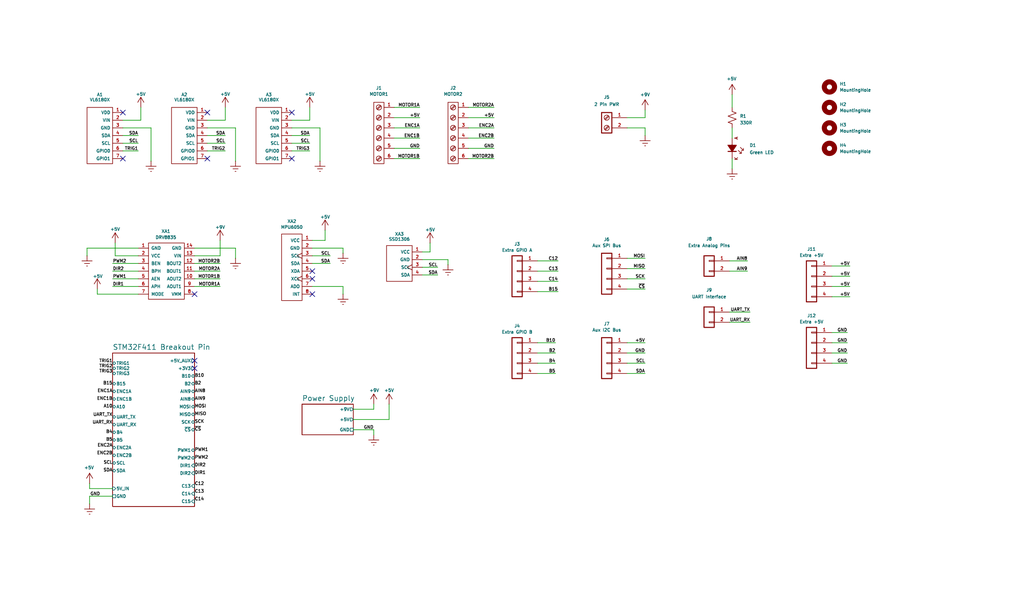
<source format=kicad_sch>
(kicad_sch (version 20250114) (generator "eeschema") (generator_version "9.0")
  (paper "User" 254 152.4)
  (title_block (title "MTRN3100 Micromouse") (date "2025-06-20") (rev "1.0"))
  (lib_symbols
    (symbol "Connector:Screw_Terminal_01x02" (pin_names (offset 1.016) (hide yes))
      (property "Reference" "J5" (at 0 5.08 0))
      (property "Value" "2 Pin PWR" (at 0 3.302 0))
      (symbol "Screw_Terminal_01x02_1_1"
        (rectangle (start -1.27 1.27) (end 1.27 -3.81) (stroke (width 0.254)))
        (polyline (pts (xy -0.5334 0.3302) (xy 0.3302 -0.508)) (stroke (width 0.1524)))
        (polyline (pts (xy -0.5334 -2.2098) (xy 0.3302 -3.048)) (stroke (width 0.1524)))
        (polyline (pts (xy -0.3556 0.508) (xy 0.508 -0.3302)) (stroke (width 0.1524)))
        (polyline (pts (xy -0.3556 -2.032) (xy 0.508 -2.8702)) (stroke (width 0.1524)))
        (circle (center 0 0) (radius 0.635) (stroke (width 0.1524)))
        (circle (center 0 -2.54) (radius 0.635) (stroke (width 0.1524)))
        (pin passive line (at -5.08 0 0) (length 3.81) (name "Pin_1") (number "1"))
        (pin passive line (at -5.08 -2.54 0) (length 3.81) (name "Pin_2") (number "2"))
      )
    )
    (symbol "Connector:Screw_Terminal_01x06" (pin_names (offset 1.016) (hide yes))
      (property "Reference" "J?" (at 0 11.43 0))
      (property "Value" "MOTOR1" (at 0 8.89 0))
      (symbol "Screw_Terminal_01x06_1_1"
        (rectangle (start -1.27 6.35) (end 1.27 -8.89) (stroke (width 0.1524)))
        (polyline (pts (xy -0.5334 5.4102) (xy 0.3302 4.572)) (stroke (width 0.1524)))
        (polyline (pts (xy -0.5334 2.8702) (xy 0.3302 2.032)) (stroke (width 0.1524)))
        (polyline (pts (xy -0.5334 0.3302) (xy 0.3302 -0.508)) (stroke (width 0.1524)))
        (polyline (pts (xy -0.5334 -2.2098) (xy 0.3302 -3.048)) (stroke (width 0.1524)))
        (polyline (pts (xy -0.5334 -4.7498) (xy 0.3302 -5.588)) (stroke (width 0.1524)))
        (polyline (pts (xy -0.5334 -7.2898) (xy 0.3302 -8.128)) (stroke (width 0.1524)))
        (polyline (pts (xy -0.3556 5.588) (xy 0.508 4.7498)) (stroke (width 0.1524)))
        (polyline (pts (xy -0.3556 3.048) (xy 0.508 2.2098)) (stroke (width 0.1524)))
        (polyline (pts (xy -0.3556 0.508) (xy 0.508 -0.3302)) (stroke (width 0.1524)))
        (polyline (pts (xy -0.3556 -2.032) (xy 0.508 -2.8702)) (stroke (width 0.1524)))
        (polyline (pts (xy -0.3556 -4.572) (xy 0.508 -5.4102)) (stroke (width 0.1524)))
        (polyline (pts (xy -0.3556 -7.112) (xy 0.508 -7.9502)) (stroke (width 0.1524)))
        (circle (center 0 5.08) (radius 0.635) (stroke (width 0.1524)))
        (circle (center 0 2.54) (radius 0.635) (stroke (width 0.1524)))
        (circle (center 0 0) (radius 0.635) (stroke (width 0.1524)))
        (circle (center 0 -2.54) (radius 0.635) (stroke (width 0.1524)))
        (circle (center 0 -5.08) (radius 0.635) (stroke (width 0.1524)))
        (circle (center 0 -7.62) (radius 0.635) (stroke (width 0.1524)))
        (pin passive line (at -3.81 5.08 0) (length 2.54) (name "Pin_1") (number "1"))
        (pin passive line (at -3.81 2.54 0) (length 2.54) (name "Pin_2") (number "2"))
        (pin passive line (at -3.81 0 0) (length 2.54) (name "Pin_3") (number "3"))
        (pin passive line (at -3.81 -2.54 0) (length 2.54) (name "Pin_4") (number "4"))
        (pin passive line (at -3.81 -5.08 0) (length 2.54) (name "Pin_5") (number "5"))
        (pin passive line (at -3.81 -7.62 0) (length 2.54) (name "Pin_6") (number "6"))
      )
    )
    (symbol "Connector_Generic:Conn_01x02" (pin_names (offset 1.016) (hide yes))
      (property "Reference" "J?" (at 0 6.35 0))
      (property "Value" "Conn_01x02" (at 0 3.81 0))
      (symbol "Conn_01x02_1_1"
        (rectangle (start -1.27 1.27) (end 1.27 -3.81) (stroke (width 0.254)))
        (rectangle (start -1.27 0.127) (end 0 -0.127) (stroke (width 0.1524)))
        (rectangle (start -1.27 -2.413) (end 0 -2.667) (stroke (width 0.1524)))
        (pin passive line (at -5.08 0 0) (length 3.81) (name "Pin_1") (number "1"))
        (pin passive line (at -5.08 -2.54 0) (length 3.81) (name "Pin_2") (number "2"))
      )
    )
    (symbol "Connector_Generic:Conn_01x04" (pin_names (offset 1.016) (hide yes))
      (property "Reference" "J?" (at 3.175 0.0001 0))
      (property "Value" "Conn_01x04" (at 3.175 -2.5399 0))
      (symbol "Conn_01x04_1_1"
        (rectangle (start -1.27 3.81) (end 1.27 -6.35) (stroke (width 0.254)))
        (rectangle (start -1.27 2.667) (end 0 2.413) (stroke (width 0.1524)))
        (rectangle (start -1.27 0.127) (end 0 -0.127) (stroke (width 0.1524)))
        (rectangle (start -1.27 -2.413) (end 0 -2.667) (stroke (width 0.1524)))
        (rectangle (start -1.27 -4.953) (end 0 -5.207) (stroke (width 0.1524)))
        (pin passive line (at -5.08 2.54 0) (length 3.81) (name "Pin_1") (number "1"))
        (pin passive line (at -5.08 0 0) (length 3.81) (name "Pin_2") (number "2"))
        (pin passive line (at -5.08 -2.54 0) (length 3.81) (name "Pin_3") (number "3"))
        (pin passive line (at -5.08 -5.08 0) (length 3.81) (name "Pin_4") (number "4"))
      )
    )
    (symbol "Custom Parts:DRV8835_Breakout" (pin_names (offset 0.635))
      (property "Reference" "XA1" (at -0.127 9.906 0))
      (property "Value" "DRV8835" (at -0.127 8.382 0))
      (symbol "DRV8835_Breakout_0_1"
        (rectangle (start -4.445 6.985) (end 4.445 -6.985))
      )
      (symbol "DRV8835_Breakout_1_0"
        (pin passive line (at -6.985 5.715 0) (length 2.54) (name "GND") (number "1"))
        (pin power_in line (at -6.985 3.81 0) (length 2.54) (name "VCC") (number "2"))
        (pin input line (at -6.985 1.905 0) (length 2.54) (name "BEN") (number "3"))
        (pin input line (at -6.985 0 0) (length 2.54) (name "BPH") (number "4"))
        (pin input line (at -6.985 -1.905 0) (length 2.54) (name "AEN") (number "5"))
        (pin input line (at -6.985 -3.81 0) (length 2.54) (name "APH") (number "6"))
        (pin input line (at -6.985 -5.715 0) (length 2.54) (name "MODE") (number "7"))
        (pin passive line (at 6.985 5.715 180) (length 2.54) (name "GND") (number "14"))
        (pin power_in line (at 6.985 3.81 180) (length 2.54) (name "VIN") (number "13"))
        (pin output line (at 6.985 1.905 180) (length 2.54) (name "BOUT2") (number "12"))
        (pin output line (at 6.985 0 180) (length 2.54) (name "BOUT1") (number "11"))
        (pin output line (at 6.985 -1.905 180) (length 2.54) (name "AOUT2") (number "10"))
        (pin output line (at 6.985 -3.81 180) (length 2.54) (name "AOUT1") (number "9"))
        (pin passive line (at 6.985 -5.715 180) (length 2.54) (name "VMM") (number "8"))
      )
    )
    (symbol "Custom Parts:MPU6050_Module"
      (property "Reference" "XA?" (at 0 11.43 0))
      (property "Value" "MPU6050" (at 0 9.906 0))
      (symbol "MPU6050_Module_0_1"
        (rectangle (start -2.54 8.2549) (end 2.54 -8.2549))
      )
      (symbol "MPU6050_Module_1_0"
        (pin power_in line (at 5.08 6.6675 180) (length 2.54) (name "VCC") (number "1"))
        (pin passive line (at 5.08 4.7625 180) (length 2.54) (name "GND") (number "2"))
        (pin bidirectional clock (at 5.08 2.8575 180) (length 2.54) (name "SCL") (number "3"))
        (pin bidirectional line (at 5.08 0.9525 180) (length 2.54) (name "SDA") (number "4"))
        (pin bidirectional line (at 5.08 -0.9525 180) (length 2.54) (name "XDA") (number "5"))
        (pin passive clock (at 5.08 -2.8575 180) (length 2.54) (name "XCL") (number "6"))
        (pin passive line (at 5.08 -4.7625 180) (length 2.54) (name "ADO") (number "7"))
        (pin output line (at 5.08 -6.6675 180) (length 2.54) (name "INT") (number "8"))
      )
    )
    (symbol "Custom Parts:SSD1306_Module"
      (property "Reference" "XA?" (at 0.254 7.112 0))
      (property "Value" "SSD1306" (at 0.254 5.842 0))
      (symbol "SSD1306_Module_0_1"
        (rectangle (start -3.175 4.445) (end 3.175 -4.445))
      )
      (symbol "SSD1306_Module_1_0"
        (pin power_in line (at 5.715 2.8575 180) (length 2.54) (name "VCC") (number "1"))
        (pin passive line (at 5.715 0.9525 180) (length 2.54) (name "GND") (number "2"))
        (pin bidirectional clock (at 5.715 -0.9525 180) (length 2.54) (name "SCL") (number "3"))
        (pin bidirectional line (at 5.715 -2.8575 180) (length 2.54) (name "SDA") (number "4"))
      )
    )
    (symbol "Custom Parts:VL6180X"
      (property "Reference" "A?" (at 0 10.668 0))
      (property "Value" "VL6180X" (at 0 8.89 0))
      (symbol "VL6180X_1_0"
        (pin input line (at 5.715 5.715 180) (length 2.54) (name "VDD") (number "1"))
        (pin input line (at 5.715 3.81 180) (length 2.54) (name "VIN") (number "2"))
        (pin input line (at 5.715 1.905 180) (length 2.54) (name "GND") (number "3"))
        (pin input line (at 5.715 0 180) (length 2.54) (name "SDA") (number "4"))
        (pin input line (at 5.715 -1.905 180) (length 2.54) (name "SCL") (number "5"))
        (pin input line (at 5.715 -3.81 180) (length 2.54) (name "GPIO0") (number "6"))
        (pin input line (at 5.715 -5.715 180) (length 2.54) (name "GPIO1") (number "7"))
      )
      (symbol "VL6180X_1_1"
        (rectangle (start -3.175 6.9849) (end 3.175 -6.9849))
      )
    )
    (symbol "Device:LED_Small_Filled" (pin_numbers (hide yes)) (pin_names (offset 0.254) (hide yes))
      (property "Reference" "D?" (at 0.762 4.318 90))
      (property "Value" "LED_Small" (at -1.016 4.318 90))
      (symbol "LED_Small_Filled_0_1"
        (polyline (pts (xy -0.762 2.286) (xy -1.27 2.286) (xy -1.27 1.778) (xy -1.27 2.286) (xy -0.508 1.524)))
        (polyline (pts (xy -0.762 -1.016) (xy -0.762 1.016)) (stroke (width 0.254)))
        (polyline (pts (xy 0 2.794) (xy -0.508 2.794) (xy -0.508 2.286) (xy -0.508 2.794) (xy 0.254 2.032)))
        (polyline (pts (xy 0.762 -1.016) (xy -0.762 0) (xy 0.762 1.016) (xy 0.762 -1.016)) (stroke (width 0.254)) (fill (type outline)))
        (polyline (pts (xy 1.016 0) (xy -0.762 0)))
      )
      (symbol "LED_Small_Filled_1_0"
        (pin passive line (at -2.54 0 0) (length 1.778) (name "K") (number "1"))
      )
      (symbol "LED_Small_Filled_1_1"
        (text "K" (at -2.54 1.016 0) (effects (font (size 0.762 0.762))))
        (text "A" (at 2.54 1.016 0) (effects (font (size 0.762 0.762))))
        (pin passive line (at 2.54 0 180) (length 1.778) (name "A") (number "2"))
      )
    )
    (symbol "Device:R_Small_US" (pin_numbers (hide yes)) (pin_names (offset 0.254) (hide yes))
      (property "Reference" "R" (at 0.762 0.508 0))
      (property "Value" "R_Small_US" (at 0.762 -1.016 0))
      (symbol "R_Small_US_1_1"
        (polyline (pts (xy 0 1.524) (xy 1.016 1.143) (xy 0 0.762) (xy -1.016 0.381) (xy 0 0)))
        (polyline (pts (xy 0 0) (xy 1.016 -0.381) (xy 0 -0.762) (xy -1.016 -1.143) (xy 0 -1.524)))
        (pin passive line (at 0 2.54 270) (length 1.016) (name "~") (number "1"))
        (pin passive line (at 0 -2.54 90) (length 1.016) (name "~") (number "2"))
      )
    )
    (symbol "Mechanical:MountingHole" (pin_names (offset 1.016)) (in_bom no)
      (property "Reference" "H" (at 0 5.08 0))
      (property "Value" "MountingHole" (at 0 3.175 0))
      (symbol "MountingHole_0_1"
        (circle (center 0 0) (radius 1.27) (stroke (width 1.27)))
      )
    )
    (symbol "PCM_4ms_Power-symbol:+9V" (power) (pin_names (offset 0))
      (property "Value" "+9V" (at 0 3.556 0))
      (symbol "+9V_0_1"
        (polyline (pts (xy -0.762 1.27) (xy 0 2.54)))
        (polyline (pts (xy 0 2.54) (xy 0.762 1.27)))
        (polyline (pts (xy 0 0) (xy 0 2.54)))
      )
      (symbol "+9V_1_1"
        (pin power_in line (at 0 0 90) (length 0) (hide yes) (name "+9V") (number "1"))
      )
    )
    (symbol "Power:+5V" (power) (pin_numbers (hide yes)) (pin_names (offset 0) (hide yes))
      (property "Value" "+5V" (at 0 3.556 0))
      (symbol "+5V_0_1"
        (polyline (pts (xy -0.762 1.27) (xy 0 2.54)))
        (polyline (pts (xy 0 2.54) (xy 0.762 1.27)))
        (polyline (pts (xy 0 0) (xy 0 2.54)))
      )
      (symbol "+5V_1_1"
        (pin power_in line (at 0 0 90) (length 0) (name "~") (number "1"))
      )
    )
    (symbol "Power:GNDREF" (power) (pin_numbers (hide yes)) (pin_names (offset 0) (hide yes))
      (property "Value" "GNDREF" (at 0 -3.81 0))
      (symbol "GNDREF_0_1"
        (polyline (pts (xy -0.635 -1.905) (xy 0.635 -1.905)))
        (polyline (pts (xy -0.127 -2.54) (xy 0.127 -2.54)))
        (polyline (pts (xy 0 -1.27) (xy 0 0)))
        (polyline (pts (xy 1.27 -1.27) (xy -1.27 -1.27)))
      )
      (symbol "GNDREF_1_1"
        (pin power_in line (at 0 0 270) (length 0) (name "~") (number "1"))
      )
    )
    (symbol "Power:VCC" (power) (pin_numbers (hide yes)) (pin_names (offset 0) (hide yes))
      (property "Value" "VCC" (at 0 3.556 0))
      (symbol "VCC_0_1"
        (polyline (pts (xy -0.762 1.27) (xy 0 2.54)))
        (polyline (pts (xy 0 2.54) (xy 0.762 1.27)))
        (polyline (pts (xy 0 0) (xy 0 2.54)))
      )
      (symbol "VCC_1_1"
        (pin power_in line (at 0 0 90) (length 0) (name "~") (number "1"))
      )
    )
    (symbol "Power:VDD" (power) (pin_numbers (hide yes)) (pin_names (offset 0) (hide yes))
      (property "Value" "VDD" (at 0 3.556 0))
      (symbol "VDD_0_1"
        (polyline (pts (xy -0.762 1.27) (xy 0 2.54)))
        (polyline (pts (xy 0 2.54) (xy 0.762 1.27)))
        (polyline (pts (xy 0 0) (xy 0 2.54)))
      )
      (symbol "VDD_1_1"
        (pin power_in line (at 0 0 90) (length 0) (name "~") (number "1"))
      )
    )
  )
  (no_connect (at 30.48 27.94))
  (no_connect (at 51.435 27.94))
  (no_connect (at 48.26 89.535))
  (no_connect (at 72.39 27.94))
  (no_connect (at 72.39 39.37))
  (no_connect (at 77.47 67.31))
  (no_connect (at 77.47 73.025))
  (no_connect (at 48.26 91.44))
  (no_connect (at 48.26 73.025))
  (no_connect (at 51.435 39.37))
  (no_connect (at 77.47 69.215))
  (no_connect (at 30.48 39.37))
  (wire (pts (xy 30.48 31.75) (xy 37.465 31.75)))
  (wire (pts (xy 116.205 34.29) (xy 122.555 34.29)))
  (wire (pts (xy 155.575 85.09) (xy 160.02 85.09)))
  (wire (pts (xy 77.47 65.405) (xy 81.915 65.405)))
  (wire (pts (xy 133.35 90.17) (xy 137.795 90.17)))
  (wire (pts (xy 155.575 87.63) (xy 160.02 87.63)))
  (wire (pts (xy 92.71 100.33) (xy 92.71 101.6)))
  (wire (pts (xy 155.575 66.675) (xy 160.02 66.675)))
  (wire (pts (xy 133.35 87.63) (xy 137.795 87.63)))
  (wire (pts (xy 22.225 123.19) (xy 27.94 123.19)))
  (wire (pts (xy 97.79 39.37) (xy 104.14 39.37)))
  (wire (pts (xy 155.575 92.71) (xy 160.02 92.71)))
  (wire (pts (xy 180.975 67.31) (xy 185.42 67.31)))
  (wire (pts (xy 116.205 29.21) (xy 122.555 29.21)))
  (wire (pts (xy 48.26 67.31) (xy 54.61 67.31)))
  (wire (pts (xy 97.79 31.75) (xy 104.14 31.75)))
  (wire (pts (xy 155.575 71.755) (xy 160.02 71.755)))
  (wire (pts (xy 51.435 37.465) (xy 55.88 37.465)))
  (wire (pts (xy 77.47 61.595) (xy 85.09 61.595)))
  (wire (pts (xy 210.185 90.17) (xy 206.375 90.17)))
  (wire (pts (xy 210.185 87.63) (xy 206.375 87.63)))
  (wire (pts (xy 155.575 64.135) (xy 160.02 64.135)))
  (wire (pts (xy 28.575 60.325) (xy 28.575 63.5)))
  (wire (pts (xy 104.775 66.3575) (xy 108.585 66.3575)))
  (wire (pts (xy 51.435 31.75) (xy 58.42 31.75)))
  (wire (pts (xy 51.435 33.655) (xy 55.88 33.655)))
  (wire (pts (xy 133.35 67.31) (xy 138.43 67.31)))
  (wire (pts (xy 48.26 63.5) (xy 54.61 63.5)))
  (wire (pts (xy 97.79 36.83) (xy 104.14 36.83)))
  (wire (pts (xy 24.13 71.755) (xy 24.13 73.025)))
  (wire (pts (xy 96.52 100.33) (xy 96.52 104.14)))
  (wire (pts (xy 30.48 37.465) (xy 34.29 37.465)))
  (wire (pts (xy 27.94 71.12) (xy 34.29 71.12)))
  (wire (pts (xy 210.82 71.12) (xy 206.375 71.12)))
  (wire (pts (xy 210.185 85.09) (xy 206.375 85.09)))
  (wire (pts (xy 27.94 69.215) (xy 34.29 69.215)))
  (wire (pts (xy 22.225 120.015) (xy 22.225 121.285)))
  (wire (pts (xy 21.59 61.595) (xy 21.59 63.5)))
  (wire (pts (xy 181.61 23.495) (xy 181.61 26.67)))
  (wire (pts (xy 155.575 90.17) (xy 160.02 90.17)))
  (wire (pts (xy 22.225 125.095) (xy 22.225 123.19)))
  (wire (pts (xy 133.35 92.71) (xy 137.795 92.71)))
  (wire (pts (xy 210.82 66.04) (xy 206.375 66.04)))
  (wire (pts (xy 51.435 35.56) (xy 55.88 35.56)))
  (wire (pts (xy 37.465 31.75) (xy 37.465 40.005)))
  (wire (pts (xy 48.26 71.12) (xy 54.61 71.12)))
  (wire (pts (xy 133.35 72.39) (xy 138.43 72.39)))
  (wire (pts (xy 160.02 31.75) (xy 160.02 33.655)))
  (wire (pts (xy 76.835 26.67) (xy 76.835 29.845)))
  (wire (pts (xy 58.42 61.595) (xy 58.42 64.135)))
  (wire (pts (xy 51.435 29.845) (xy 55.88 29.845)))
  (wire (pts (xy 104.775 68.2625) (xy 108.585 68.2625)))
  (wire (pts (xy 72.39 35.56) (xy 76.835 35.56)))
  (wire (pts (xy 116.205 36.83) (xy 122.555 36.83)))
  (wire (pts (xy 111.125 64.4525) (xy 111.125 65.7225)))
  (wire (pts (xy 87.63 101.6) (xy 92.71 101.6)))
  (wire (pts (xy 58.42 31.75) (xy 58.42 40.005)))
  (wire (pts (xy 210.185 82.55) (xy 206.375 82.55)))
  (wire (pts (xy 72.39 33.655) (xy 76.835 33.655)))
  (wire (pts (xy 186.055 77.47) (xy 180.975 77.47)))
  (wire (pts (xy 87.63 104.14) (xy 96.52 104.14)))
  (wire (pts (xy 55.88 26.67) (xy 55.88 29.845)))
  (wire (pts (xy 48.26 69.215) (xy 54.61 69.215)))
  (wire (pts (xy 28.575 63.5) (xy 34.29 63.5)))
  (wire (pts (xy 22.225 121.285) (xy 27.94 121.285)))
  (wire (pts (xy 79.375 31.75) (xy 79.375 40.005)))
  (wire (pts (xy 34.925 26.67) (xy 34.925 29.845)))
  (wire (pts (xy 97.79 34.29) (xy 104.14 34.29)))
  (wire (pts (xy 97.79 26.67) (xy 104.14 26.67)))
  (wire (pts (xy 48.26 61.595) (xy 58.42 61.595)))
  (wire (pts (xy 21.59 61.595) (xy 34.29 61.595)))
  (wire (pts (xy 104.775 64.4525) (xy 111.125 64.4525)))
  (wire (pts (xy 186.055 80.01) (xy 180.975 80.01)))
  (wire (pts (xy 72.39 29.845) (xy 76.835 29.845)))
  (wire (pts (xy 85.09 61.595) (xy 85.09 62.865)))
  (wire (pts (xy 160.02 27.305) (xy 160.02 29.21)))
  (wire (pts (xy 87.63 106.68) (xy 92.71 106.68)))
  (wire (pts (xy 106.68 60.325) (xy 106.68 62.5475)))
  (wire (pts (xy 133.35 85.09) (xy 137.795 85.09)))
  (wire (pts (xy 72.39 37.465) (xy 76.835 37.465)))
  (wire (pts (xy 30.48 33.655) (xy 34.29 33.655)))
  (wire (pts (xy 181.61 31.75) (xy 181.61 34.29)))
  (wire (pts (xy 116.205 39.37) (xy 122.555 39.37)))
  (wire (pts (xy 80.645 57.15) (xy 80.645 59.69)))
  (wire (pts (xy 92.71 107.95) (xy 92.71 106.68)))
  (wire (pts (xy 210.82 73.66) (xy 206.375 73.66)))
  (wire (pts (xy 210.82 68.58) (xy 206.375 68.58)))
  (wire (pts (xy 155.575 31.75) (xy 160.02 31.75)))
  (wire (pts (xy 155.575 69.215) (xy 160.02 69.215)))
  (wire (pts (xy 54.61 59.69) (xy 54.61 63.5)))
  (wire (pts (xy 30.48 35.56) (xy 34.29 35.56)))
  (wire (pts (xy 116.205 26.67) (xy 122.555 26.67)))
  (wire (pts (xy 48.26 65.405) (xy 54.61 65.405)))
  (wire (pts (xy 77.47 63.5) (xy 81.915 63.5)))
  (wire (pts (xy 97.79 29.21) (xy 104.14 29.21)))
  (wire (pts (xy 77.47 71.12) (xy 85.09 71.12)))
  (wire (pts (xy 133.35 69.85) (xy 138.43 69.85)))
  (wire (pts (xy 30.48 29.845) (xy 34.925 29.845)))
  (wire (pts (xy 181.61 39.37) (xy 181.61 41.91)))
  (wire (pts (xy 27.94 67.31) (xy 34.29 67.31)))
  (wire (pts (xy 27.94 65.405) (xy 34.29 65.405)))
  (wire (pts (xy 72.39 31.75) (xy 79.375 31.75)))
  (wire (pts (xy 116.205 31.75) (xy 122.555 31.75)))
  (wire (pts (xy 180.975 64.77) (xy 185.42 64.77)))
  (wire (pts (xy 77.47 59.69) (xy 80.645 59.69)))
  (wire (pts (xy 155.575 29.21) (xy 160.02 29.21)))
  (wire (pts (xy 133.35 64.77) (xy 138.43 64.77)))
  (wire (pts (xy 24.13 73.025) (xy 34.29 73.025)))
  (wire (pts (xy 85.09 71.12) (xy 85.09 73.025)))
  (wire (pts (xy 104.775 62.5475) (xy 106.68 62.5475)))
  (label "PWM2" (at 48.26 113.665 0) (effects (font (size 0.762 0.762))))
  (label "ENC2B" (at 122.555 34.29 180) (effects (font (size 0.762 0.762))))
  (label "+5V" (at 210.82 66.04 180) (effects (font (size 0.762 0.762))))
  (label "ENC2A" (at 122.555 31.75 180) (effects (font (size 0.762 0.762))))
  (label "+5V" (at 122.555 29.21 180) (effects (font (size 0.762 0.762))))
  (label "SCK" (at 48.26 104.775 0) (effects (font (size 0.762 0.762))))
  (label "C14" (at 138.43 69.85 180) (effects (font (size 0.762 0.762))))
  (label "SCK" (at 160.02 69.215 180) (effects (font (size 0.762 0.762))))
  (label "SDA" (at 27.94 116.84 180) (effects (font (size 0.762 0.762))))
  (label "GND" (at 210.185 85.09 180) (effects (font (size 0.762 0.762))))
  (label "B10" (at 48.26 93.345 0) (effects (font (size 0.762 0.762))))
  (label "UART_RX" (at 27.94 105.41 180) (effects (font (size 0.762 0.762))))
  (label "C13" (at 48.26 122.555 0) (effects (font (size 0.762 0.762))))
  (label "TRIG3" (at 27.94 92.71 180) (effects (font (size 0.762 0.762))))
  (label "DIR2" (at 27.94 67.31 0) (effects (font (size 0.762 0.762))))
  (label "UART_RX" (at 186.055 80.01 180) (effects (font (size 0.762 0.762))))
  (label "GND" (at 92.71 106.68 180) (effects (font (size 0.762 0.762))))
  (label "TRIG1" (at 27.94 90.17 180) (effects (font (size 0.762 0.762))))
  (label "C14" (at 48.26 124.46 0) (effects (font (size 0.762 0.762))))
  (label "DIR1" (at 27.94 71.12 0) (effects (font (size 0.762 0.762))))
  (label "SCL" (at 160.02 90.17 180) (effects (font (size 0.762 0.762))))
  (label "ENC1A" (at 104.14 31.75 180) (effects (font (size 0.762 0.762))))
  (label "GND" (at 122.555 36.83 180) (effects (font (size 0.762 0.762))))
  (label "GND" (at 22.352 123.19 0) (effects (font (size 0.762 0.762))))
  (label "MOTOR2A" (at 122.555 26.67 180) (effects (font (size 0.762 0.762))))
  (label "MOTOR2B" (at 54.61 65.405 180) (effects (font (size 0.762 0.762))))
  (label "C12" (at 48.26 120.65 0) (effects (font (size 0.762 0.762))))
  (label "TRIG3" (at 76.835 37.465 180) (effects (font (size 0.762 0.762))))
  (label "SCL" (at 108.585 66.3575 180) (effects (font (size 0.762 0.762))))
  (label "B2" (at 48.26 95.25 0) (effects (font (size 0.762 0.762))))
  (label "TRIG2" (at 27.94 91.44 180) (effects (font (size 0.762 0.762))))
  (label "B4" (at 27.94 107.315 180) (effects (font (size 0.762 0.762))))
  (label "+5V" (at 104.14 29.21 180) (effects (font (size 0.762 0.762))))
  (label "AIN8" (at 48.26 97.155 0) (effects (font (size 0.762 0.762))))
  (label "UART_TX" (at 27.94 103.505 180) (effects (font (size 0.762 0.762))))
  (label "GND" (at 210.185 87.63 180) (effects (font (size 0.762 0.762))))
  (label "+5V" (at 210.82 73.66 180) (effects (font (size 0.762 0.762))))
  (label "B15" (at 27.94 95.25 180) (effects (font (size 0.762 0.762))))
  (label "AIN9" (at 48.26 99.06 0) (effects (font (size 0.762 0.762))))
  (label "GND" (at 210.185 90.17 180) (effects (font (size 0.762 0.762))))
  (label "SCL" (at 76.835 35.56 180) (effects (font (size 0.762 0.762))))
  (label "ENC1B" (at 27.94 99.06 180) (effects (font (size 0.762 0.762))))
  (label "MOTOR2B" (at 122.555 39.37 180) (effects (font (size 0.762 0.762))))
  (label "GND" (at 104.14 36.83 180) (effects (font (size 0.762 0.762))))
  (label "C13" (at 138.43 67.31 180) (effects (font (size 0.762 0.762))))
  (label "MOTOR1A" (at 104.14 26.67 180) (effects (font (size 0.762 0.762))))
  (label "MISO" (at 160.02 66.675 180) (effects (font (size 0.762 0.762))))
  (label "MISO" (at 48.26 102.87 0) (effects (font (size 0.762 0.762))))
  (label "ENC1A" (at 27.94 97.155 180) (effects (font (size 0.762 0.762))))
  (label "SCL" (at 81.915 63.5 180) (effects (font (size 0.762 0.762))))
  (label "MOSI" (at 160.02 64.135 180) (effects (font (size 0.762 0.762))))
  (label "UART_TX" (at 186.055 77.47 180) (effects (font (size 0.762 0.762))))
  (label "PWM1" (at 27.94 69.215 0) (effects (font (size 0.762 0.762))))
  (label "ENC2B" (at 27.94 113.03 180) (effects (font (size 0.762 0.762))))
  (label "~{CS}" (at 160.02 71.755 180) (effects (font (size 0.762 0.762))))
  (label "~{CS}" (at 48.26 106.68 0) (effects (font (size 0.762 0.762))))
  (label "DIR1" (at 48.26 117.475 0) (effects (font (size 0.762 0.762))))
  (label "SCL" (at 27.94 114.935 180) (effects (font (size 0.762 0.762))))
  (label "B4" (at 137.795 90.17 180) (effects (font (size 0.762 0.762))))
  (label "SCL" (at 34.29 35.56 180) (effects (font (size 0.762 0.762))))
  (label "MOTOR1B" (at 54.61 69.215 180) (effects (font (size 0.762 0.762))))
  (label "PWM2" (at 27.94 65.405 0) (effects (font (size 0.762 0.762))))
  (label "ENC1B" (at 104.14 34.29 180) (effects (font (size 0.762 0.762))))
  (label "TRIG2" (at 55.88 37.465 180) (effects (font (size 0.762 0.762))))
  (label "SCL" (at 55.88 35.56 180) (effects (font (size 0.762 0.762))))
  (label "MOSI" (at 48.26 100.965 0) (effects (font (size 0.762 0.762))))
  (label "GND" (at 160.02 87.63 180) (effects (font (size 0.762 0.762))))
  (label "B5" (at 27.94 109.22 180) (effects (font (size 0.762 0.762))))
  (label "SDA" (at 160.02 92.71 180) (effects (font (size 0.762 0.762))))
  (label "A10" (at 27.94 100.965 180) (effects (font (size 0.762 0.762))))
  (label "SDA" (at 108.585 68.2625 180) (effects (font (size 0.762 0.762))))
  (label "SDA" (at 55.88 33.655 180) (effects (font (size 0.762 0.762))))
  (label "MOTOR2A" (at 54.61 67.31 180) (effects (font (size 0.762 0.762))))
  (label "SDA" (at 34.29 33.655 180) (effects (font (size 0.762 0.762))))
  (label "MOTOR1B" (at 104.14 39.37 180) (effects (font (size 0.762 0.762))))
  (label "ENC2A" (at 27.94 111.125 180) (effects (font (size 0.762 0.762))))
  (label "B10" (at 137.795 85.09 180) (effects (font (size 0.762 0.762))))
  (label "DIR2" (at 48.26 115.57 0) (effects (font (size 0.762 0.762))))
  (label "MOTOR1A" (at 54.61 71.12 180) (effects (font (size 0.762 0.762))))
  (label "AIN8" (at 185.42 64.77 180) (effects (font (size 0.762 0.762))))
  (label "SDA" (at 81.915 65.405 180) (effects (font (size 0.762 0.762))))
  (label "TRIG1" (at 34.29 37.465 180) (effects (font (size 0.762 0.762))))
  (label "B5" (at 137.795 92.71 180) (effects (font (size 0.762 0.762))))
  (label "B2" (at 137.795 87.63 180) (effects (font (size 0.762 0.762))))
  (label "C12" (at 138.43 64.77 180) (effects (font (size 0.762 0.762))))
  (label "GND" (at 210.185 82.55 180) (effects (font (size 0.762 0.762))))
  (label "+5V" (at 210.82 68.58 180) (effects (font (size 0.762 0.762))))
  (label "AIN9" (at 185.42 67.31 180) (effects (font (size 0.762 0.762))))
  (label "+5V" (at 210.82 71.12 180) (effects (font (size 0.762 0.762))))
  (label "B15" (at 138.43 72.39 180) (effects (font (size 0.762 0.762))))
  (label "PWM1" (at 48.26 111.76 0) (effects (font (size 0.762 0.762))))
  (label "SDA" (at 76.835 33.655 180) (effects (font (size 0.762 0.762))))
  (label "+5V" (at 160.02 85.09 180) (effects (font (size 0.762 0.762))))
  (symbol (lib_id "Connector_Generic:Conn_01x02") (at 175.895 77.47 0) (mirror y) (unit 1)
    (property "Reference" "J9" (at 175.895 72.009 0) (effects (font (size 0.762 0.762))))
    (property "Value" "UART Interface" (at 175.895 73.66 0) (effects (font (size 0.762 0.762))))
    (property "Footprint" "Connector_PinSocket_2.54mm:PinSocket_1x02_P2.54mm_Vertical" (effects (hide yes)))
    (property "Description" "Generic connector, single row, 01x02, script generated (kicad-library-utils/schlib/autogen/connector/)" (effects (hide yes)))
  )
  (symbol (lib_id "Device:LED_Small_Filled") (at 181.61 36.83 270) (mirror x) (unit 1)
    (property "Reference" "D1" (at 185.928 36.068 90) (effects (font (size 0.762 0.762)) (justify left)))
    (property "Value" "Green LED" (at 185.928 37.846 90) (effects (font (size 0.762 0.762)) (justify left)))
    (property "Footprint" "PCM_LED_THT_AKL:LED_D5.0mm" (effects (hide yes)))
    (property "Description" "Light emitting diode, small symbol, filled shape" (effects (hide yes)))
    (property "Sim.Pin" "1=K 2=A" (effects (hide yes)))
    (property "Sim.Pins" "1=K 2=A" (effects (hide yes)))
  )
  (symbol (lib_id "Connector_Generic:Conn_01x04") (at 201.295 68.58 0) (mirror y) (unit 1)
    (property "Reference" "J11" (at 201.295 61.849 0) (effects (font (size 0.762 0.762))))
    (property "Value" "Extra +5V" (at 201.295 63.373 0) (effects (font (size 0.762 0.762))))
    (property "Footprint" "Connector_PinSocket_2.54mm:PinSocket_1x04_P2.54mm_Vertical" (effects (hide yes)))
    (property "Description" "Generic connector, single row, 01x04, script generated (kicad-library-utils/schlib/autogen/connector/)" (effects (hide yes)))
  )
  (symbol (lib_id "Custom Parts:SSD1306_Module") (at 99.06 65.405 0) (unit 1)
    (property "Reference" "XA3" (at 99.06 58.1025 0) (effects (font (size 0.762 0.762))))
    (property "Value" "SSD1306" (at 99.06 59.3725 0) (effects (font (size 0.762 0.762))))
    (property "Footprint" "Library:SSD1306_OLED_Module" (effects (hide yes)))
  )
  (symbol (lib_id "Custom Parts:VL6180X") (at 45.72 33.655 0) (unit 1)
    (property "Reference" "A2" (at 45.72 23.495 0) (effects (font (size 0.762 0.762))))
    (property "Value" "VL6180X" (at 45.72 24.765 0) (effects (font (size 0.762 0.762))))
    (property "Footprint" "Library:VL6180X_Module_Vertical" (effects (hide yes)))
  )
  (symbol (lib_id "Connector_Generic:Conn_01x04") (at 201.295 85.09 0) (mirror y) (unit 1)
    (property "Reference" "J12" (at 201.295 78.359 0) (effects (font (size 0.762 0.762))))
    (property "Value" "Extra +5V" (at 201.295 79.883 0) (effects (font (size 0.762 0.762))))
    (property "Footprint" "Connector_PinSocket_2.54mm:PinSocket_1x04_P2.54mm_Vertical" (effects (hide yes)))
    (property "Description" "Generic connector, single row, 01x04, script generated (kicad-library-utils/schlib/autogen/connector/)" (effects (hide yes)))
  )
  (symbol (lib_id "Connector_Generic:Conn_01x04") (at 150.495 87.63 0) (mirror y) (unit 1)
    (property "Reference" "J7" (at 150.495 80.391 0) (effects (font (size 0.762 0.762))))
    (property "Value" "Aux I2C Bus" (at 150.495 81.915 0) (effects (font (size 0.762 0.762))))
    (property "Footprint" "Connector_PinSocket_2.54mm:PinSocket_1x04_P2.54mm_Vertical" (effects (hide yes)))
    (property "Description" "Generic connector, single row, 01x04, script generated (kicad-library-utils/schlib/autogen/connector/)" (effects (hide yes)))
  )
  (symbol (lib_id "Mechanical:MountingHole") (at 205.74 31.75 0) (unit 1) (in_bom no)
    (property "Reference" "H3" (at 208.28 30.988 0) (effects (font (size 0.762 0.762)) (justify left)))
    (property "Value" "MountingHole" (at 208.28 32.512 0) (effects (font (size 0.762 0.762)) (justify left)))
    (property "Footprint" "MountingHole:MountingHole_3.2mm_M3" (effects (hide yes)))
    (property "Description" "Mounting Hole without connection" (effects (hide yes)))
  )
  (symbol (lib_id "Power:VCC") (at 28.575 60.325 0) (unit 1)
    (property "Reference" "#PWR05" (effects (hide yes)))
    (property "Value" "+5V" (at 28.575 56.896 0) (effects (font (size 0.762 0.762))))
    (property "Description" "Power symbol creates a global label with name \"VCC\"" (effects (hide yes)))
  )
  (symbol (lib_id "Power:VCC") (at 96.52 100.33 0) (unit 1)
    (property "Reference" "#PWR017" (effects (hide yes)))
    (property "Value" "+5V" (at 96.52 96.901 0) (effects (font (size 0.762 0.762))))
    (property "Description" "Power symbol creates a global label with name \"VCC\"" (effects (hide yes)))
  )
  (symbol (lib_id "Power:GNDREF") (at 92.71 107.95 0) (unit 1)
    (property "Reference" "#PWR016" (effects (hide yes)))
    (property "Value" "GNDREF" (effects (hide yes)))
    (property "Description" "Power symbol creates a global label with name \"GNDREF\" , reference supply ground" (effects (hide yes)))
  )
  (symbol (lib_id "Power:+5V") (at 22.225 120.015 0) (unit 1)
    (property "Reference" "#PWR02" (effects (hide yes)))
    (property "Value" "+5V" (at 22.098 116.078 0) (effects (font (size 0.762 0.762))))
    (property "Description" "Power symbol creates a global label with name \"+5V\"" (effects (hide yes)))
  )
  (symbol (lib_id "PCM_4ms_Power-symbol:+9V") (at 160.02 27.305 0) (unit 1)
    (property "Reference" "#PWR022" (effects (hide yes)))
    (property "Value" "+9V" (at 160.02 23.495 0) (effects (font (size 0.762 0.762))))
    (property "Description" "Power symbol creates a global label with name \"+9V\"" (effects (hide yes)))
  )
  (symbol (lib_id "Power:GNDREF") (at 37.465 40.005 0) (unit 1)
    (property "Reference" "#PWR07" (effects (hide yes)))
    (property "Value" "GNDREF" (effects (hide yes)))
    (property "Description" "Power symbol creates a global label with name \"GNDREF\" , reference supply ground" (effects (hide yes)))
  )
  (symbol (lib_id "Power:GNDREF") (at 58.42 64.135 0) (unit 1)
    (property "Reference" "#PWR011" (effects (hide yes)))
    (property "Value" "GNDREF" (effects (hide yes)))
    (property "Description" "Power symbol creates a global label with name \"GNDREF\" , reference supply ground" (effects (hide yes)))
  )
  (symbol (lib_id "Power:+5V") (at 181.61 23.495 0) (unit 1)
    (property "Reference" "#PWR024" (effects (hide yes)))
    (property "Value" "+5V" (at 181.483 19.558 0) (effects (font (size 0.762 0.762))))
    (property "Description" "Power symbol creates a global label with name \"+5V\"" (effects (hide yes)))
  )
  (symbol (lib_id "Connector:Screw_Terminal_01x02") (at 150.495 29.21 0) (mirror y) (unit 1)
    (property "Reference" "J5" (at 150.495 24.13 0) (effects (font (size 0.762 0.762))))
    (property "Value" "2 Pin PWR" (at 150.495 25.908 0) (effects (font (size 0.762 0.762))))
    (property "Footprint" "Library:KEFA_KF2EDGR_3.81_2P" (effects (hide yes)))
    (property "Description" "Generic screw terminal, single row, 01x02, script generated (kicad-library-utils/schlib/autogen/connector/)" (effects (hide yes)))
    (property "Specifications" "HEADER 1x3 MALE PINS 0.100” 180deg" (effects (hide yes)))
    (property "Manufacturer" "TAD" (effects (hide yes)))
    (property "Part Number" "1-0301FBV0T" (effects (hide yes)))
  )
  (symbol (lib_id "Connector:Screw_Terminal_01x06") (at 112.395 31.75 0) (mirror y) (unit 1)
    (property "Reference" "J2" (at 112.395 21.844 0) (effects (font (size 0.762 0.762))))
    (property "Value" "MOTOR2" (at 112.395 23.368 0) (effects (font (size 0.762 0.762))))
    (property "Footprint" "Library:TE_Terminal_3.81_6P" (effects (hide yes)))
    (property "Description" "Generic screw terminal, single row, 01x06, script generated (kicad-library-utils/schlib/autogen/connector/)" (effects (hide yes)))
  )
  (symbol (lib_id "Connector:Screw_Terminal_01x06") (at 93.98 31.75 0) (mirror y) (unit 1)
    (property "Reference" "J1" (at 93.98 21.844 0) (effects (font (size 0.762 0.762))))
    (property "Value" "MOTOR1" (at 93.98 23.368 0) (effects (font (size 0.762 0.762))))
    (property "Footprint" "Library:TE_Terminal_3.81_6P" (effects (hide yes)))
    (property "Description" "Generic screw terminal, single row, 01x06, script generated (kicad-library-utils/schlib/autogen/connector/)" (effects (hide yes)))
  )
  (symbol (lib_id "Custom Parts:VL6180X") (at 66.675 33.655 0) (unit 1)
    (property "Reference" "A3" (at 66.675 23.495 0) (effects (font (size 0.762 0.762))))
    (property "Value" "VL6180X" (at 66.675 24.765 0) (effects (font (size 0.762 0.762))))
    (property "Footprint" "Library:VL6180X_Module_Vertical" (effects (hide yes)))
  )
  (symbol (lib_id "Power:GNDREF") (at 85.09 73.025 0) (unit 1)
    (property "Reference" "#PWR019" (effects (hide yes)))
    (property "Value" "GNDREF" (effects (hide yes)))
    (property "Description" "Power symbol creates a global label with name \"GNDREF\" , reference supply ground" (effects (hide yes)))
  )
  (symbol (lib_id "Custom Parts:MPU6050_Module") (at 72.39 66.3575 0) (unit 1)
    (property "Reference" "XA2" (at 72.39 54.9275 0) (effects (font (size 0.762 0.762))))
    (property "Value" "MPU6050" (at 72.39 56.388 0) (effects (font (size 0.762 0.762))))
    (property "Footprint" "Library:MPU6050_Module" (effects (hide yes)))
  )
  (symbol (lib_id "Power:+5V") (at 34.925 26.67 0) (unit 1)
    (property "Reference" "#PWR06" (effects (hide yes)))
    (property "Value" "+5V" (at 34.925 23.368 0) (effects (font (size 0.762 0.762))))
    (property "Description" "Power symbol creates a global label with name \"+5V\"" (effects (hide yes)))
  )
  (symbol (lib_id "Power:GNDREF") (at 111.125 65.7225 0) (unit 1)
    (property "Reference" "#PWR021" (effects (hide yes)))
    (property "Value" "GNDREF" (effects (hide yes)))
    (property "Description" "Power symbol creates a global label with name \"GNDREF\" , reference supply ground" (effects (hide yes)))
  )
  (symbol (lib_id "Power:VCC") (at 80.645 57.15 0) (unit 1)
    (property "Reference" "#PWR014" (effects (hide yes)))
    (property "Value" "+5V" (at 80.666 53.8522 0) (effects (font (size 0.762 0.762))))
    (property "Description" "Power symbol creates a global label with name \"VCC\"" (effects (hide yes)))
  )
  (symbol (lib_id "Power:GNDREF") (at 21.59 63.5 0) (unit 1)
    (property "Reference" "#PWR01" (effects (hide yes)))
    (property "Value" "GNDREF" (effects (hide yes)))
    (property "Description" "Power symbol creates a global label with name \"GNDREF\" , reference supply ground" (effects (hide yes)))
  )
  (symbol (lib_id "Mechanical:MountingHole") (at 205.74 26.67 0) (unit 1) (in_bom no)
    (property "Reference" "H2" (at 208.28 25.908 0) (effects (font (size 0.762 0.762)) (justify left)))
    (property "Value" "MountingHole" (at 208.28 27.432 0) (effects (font (size 0.762 0.762)) (justify left)))
    (property "Footprint" "MountingHole:MountingHole_3.2mm_M3" (effects (hide yes)))
    (property "Description" "Mounting Hole without connection" (effects (hide yes)))
  )
  (symbol (lib_id "Connector_Generic:Conn_01x02") (at 175.895 64.77 0) (mirror y) (unit 1)
    (property "Reference" "J8" (at 175.895 59.309 0) (effects (font (size 0.762 0.762))))
    (property "Value" "Extra Analog Pins" (at 175.895 60.96 0) (effects (font (size 0.762 0.762))))
    (property "Footprint" "Connector_PinSocket_2.54mm:PinSocket_1x02_P2.54mm_Vertical" (effects (hide yes)))
    (property "Description" "Generic connector, single row, 01x02, script generated (kicad-library-utils/schlib/autogen/connector/)" (effects (hide yes)))
  )
  (symbol (lib_id "PCM_4ms_Power-symbol:+9V") (at 92.71 100.33 0) (unit 1)
    (property "Reference" "#PWR015" (effects (hide yes)))
    (property "Value" "+9V" (at 92.837 96.901 0) (effects (font (size 0.762 0.762))))
    (property "Description" "Power symbol creates a global label with name \"+9V\"" (effects (hide yes)))
  )
  (symbol (lib_id "Custom Parts:DRV8835_Breakout") (at 41.275 67.31 0) (unit 1)
    (property "Reference" "XA1" (at 41.148 57.404 0) (effects (font (size 0.762 0.762))))
    (property "Value" "DRV8835" (at 41.148 58.928 0) (effects (font (size 0.762 0.762))))
    (property "Footprint" "Library:DRV8835_Module" (effects (hide yes)))
    (property "Datasheet" "https://www.pololu.com/product/2135" (effects (hide yes)))
    (property "Description" "Pololu DRV8835 Dual Motor Driver Carrier Breakout Board" (effects (hide yes)))
  )
  (symbol (lib_id "Power:GNDREF") (at 22.225 125.095 0) (unit 1)
    (property "Reference" "#PWR03" (effects (hide yes)))
    (property "Value" "GNDREF" (effects (hide yes)))
    (property "Description" "Power symbol creates a global label with name \"GNDREF\" , reference supply ground" (effects (hide yes)))
  )
  (symbol (lib_id "Power:VDD") (at 54.61 59.69 0) (unit 1)
    (property "Reference" "#PWR08" (effects (hide yes)))
    (property "Value" "+9V" (at 54.6317 56.41 0) (effects (font (size 0.762 0.762))))
    (property "Description" "Power symbol creates a global label with name \"VDD\"" (effects (hide yes)))
  )
  (symbol (lib_id "Power:VCC") (at 106.68 60.325 0) (unit 1)
    (property "Reference" "#PWR020" (effects (hide yes)))
    (property "Value" "+5V" (at 106.701 57.0272 0) (effects (font (size 0.762 0.762))))
    (property "Description" "Power symbol creates a global label with name \"VCC\"" (effects (hide yes)))
  )
  (symbol (lib_id "Connector_Generic:Conn_01x04") (at 150.495 66.675 0) (mirror y) (unit 1)
    (property "Reference" "J6" (at 150.495 59.436 0) (effects (font (size 0.762 0.762))))
    (property "Value" "Aux SPI Bus" (at 150.495 60.96 0) (effects (font (size 0.762 0.762))))
    (property "Footprint" "Connector_PinSocket_2.54mm:PinSocket_1x04_P2.54mm_Vertical" (effects (hide yes)))
    (property "Description" "Generic connector, single row, 01x04, script generated (kicad-library-utils/schlib/autogen/connector/)" (effects (hide yes)))
  )
  (symbol (lib_id "Device:R_Small_US") (at 181.61 29.21 0) (unit 1)
    (property "Reference" "R1" (at 183.515 28.829 0) (effects (font (size 0.762 0.762)) (justify left)))
    (property "Value" "330R" (at 183.515 30.4799 0) (effects (font (size 0.762 0.762)) (justify left)))
    (property "Footprint" "PCM_Resistor_THT_AKL:R_Axial_DIN0207_L6.3mm_D2.5mm_P10.16mm_Horizontal" (effects (hide yes)))
    (property "Description" "Resistor, small US symbol" (effects (hide yes)))
  )
  (symbol (lib_id "Power:+5V") (at 76.835 26.67 0) (unit 1)
    (property "Reference" "#PWR012" (effects (hide yes)))
    (property "Value" "+5V" (at 76.835 23.368 0) (effects (font (size 0.762 0.762))))
    (property "Description" "Power symbol creates a global label with name \"+5V\"" (effects (hide yes)))
  )
  (symbol (lib_id "Mechanical:MountingHole") (at 205.74 36.83 0) (unit 1) (in_bom no)
    (property "Reference" "H4" (at 208.28 36.068 0) (effects (font (size 0.762 0.762)) (justify left)))
    (property "Value" "MountingHole" (at 208.28 37.592 0) (effects (font (size 0.762 0.762)) (justify left)))
    (property "Footprint" "MountingHole:MountingHole_3.2mm_M3" (effects (hide yes)))
    (property "Description" "Mounting Hole without connection" (effects (hide yes)))
  )
  (symbol (lib_id "Power:GNDREF") (at 181.61 41.91 0) (unit 1)
    (property "Reference" "#PWR031" (effects (hide yes)))
    (property "Value" "GNDREF" (effects (hide yes)))
    (property "Description" "Power symbol creates a global label with name \"GNDREF\" , reference supply ground" (effects (hide yes)))
  )
  (symbol (lib_id "Connector_Generic:Conn_01x04") (at 128.27 87.63 0) (mirror y) (unit 1)
    (property "Reference" "J4" (at 128.27 80.899 0) (effects (font (size 0.762 0.762))))
    (property "Value" "Extra GPIO B" (at 128.27 82.423 0) (effects (font (size 0.762 0.762))))
    (property "Footprint" "Connector_PinSocket_2.54mm:PinSocket_1x04_P2.54mm_Vertical" (effects (hide yes)))
    (property "Description" "Generic connector, single row, 01x04, script generated (kicad-library-utils/schlib/autogen/connector/)" (effects (hide yes)))
  )
  (symbol (lib_id "Custom Parts:VL6180X") (at 24.765 33.655 0) (unit 1)
    (property "Reference" "A1" (at 24.765 23.495 0) (effects (font (size 0.762 0.762))))
    (property "Value" "VL6180X" (at 24.765 24.765 0) (effects (font (size 0.762 0.762))))
    (property "Footprint" "Library:VL6180X_Module_Vertical" (effects (hide yes)))
  )
  (symbol (lib_id "Power:+5V") (at 55.88 26.67 0) (unit 1)
    (property "Reference" "#PWR09" (effects (hide yes)))
    (property "Value" "+5V" (at 55.88 23.368 0) (effects (font (size 0.762 0.762))))
    (property "Description" "Power symbol creates a global label with name \"+5V\"" (effects (hide yes)))
  )
  (symbol (lib_id "Power:GNDREF") (at 79.375 40.005 0) (unit 1)
    (property "Reference" "#PWR013" (effects (hide yes)))
    (property "Value" "GNDREF" (effects (hide yes)))
    (property "Description" "Power symbol creates a global label with name \"GNDREF\" , reference supply ground" (effects (hide yes)))
  )
  (symbol (lib_id "Connector_Generic:Conn_01x04") (at 128.27 67.31 0) (mirror y) (unit 1)
    (property "Reference" "J3" (at 128.27 60.579 0) (effects (font (size 0.762 0.762))))
    (property "Value" "Extra GPIO A" (at 128.27 62.103 0) (effects (font (size 0.762 0.762))))
    (property "Footprint" "Connector_PinSocket_2.54mm:PinSocket_1x04_P2.54mm_Vertical" (effects (hide yes)))
    (property "Description" "Generic connector, single row, 01x04, script generated (kicad-library-utils/schlib/autogen/connector/)" (effects (hide yes)))
  )
  (symbol (lib_id "Power:VCC") (at 24.13 71.755 0) (unit 1)
    (property "Reference" "#PWR04" (effects (hide yes)))
    (property "Value" "+5V" (at 24.257 68.58 0) (effects (font (size 0.762 0.762))))
    (property "Description" "Power symbol creates a global label with name \"VCC\"" (effects (hide yes)))
  )
  (symbol (lib_id "Power:GNDREF") (at 58.42 40.005 0) (unit 1)
    (property "Reference" "#PWR010" (effects (hide yes)))
    (property "Value" "GNDREF" (effects (hide yes)))
    (property "Description" "Power symbol creates a global label with name \"GNDREF\" , reference supply ground" (effects (hide yes)))
  )
  (symbol (lib_id "Power:GNDREF") (at 85.09 62.865 0) (unit 1)
    (property "Reference" "#PWR018" (effects (hide yes)))
    (property "Value" "GNDREF" (effects (hide yes)))
    (property "Description" "Power symbol creates a global label with name \"GNDREF\" , reference supply ground" (effects (hide yes)))
  )
  (symbol (lib_id "Power:GNDREF") (at 160.02 33.655 0) (unit 1)
    (property "Reference" "#PWR023" (effects (hide yes)))
    (property "Value" "GNDREF" (effects (hide yes)))
    (property "Description" "Power symbol creates a global label with name \"GNDREF\" , reference supply ground" (effects (hide yes)))
  )
  (symbol (lib_id "Mechanical:MountingHole") (at 205.74 21.59 0) (unit 1) (in_bom no)
    (property "Reference" "H1" (at 208.28 20.828 0) (effects (font (size 0.762 0.762)) (justify left)))
    (property "Value" "MountingHole" (at 208.28 22.352 0) (effects (font (size 0.762 0.762)) (justify left)))
    (property "Footprint" "MountingHole:MountingHole_3.2mm_M3" (effects (hide yes)))
    (property "Description" "Mounting Hole without connection" (effects (hide yes)))
  )
  (sheet (at 27.94 87.63) (size 20.32 38.1) (stroke (width 0.1524))
    (property "Sheetname" "STM32F411 Breakout Pin" (at 27.94 86.9184 0) (effects (justify left bottom)))
    (property "Sheetfile" "stm32f4_mcu_breakout_pin.kicad_sch" (effects (hide yes)))
    (pin "5V_IN" input (at 27.94 121.285 180) (effects (font (size 0.762 0.762))))
    (pin "A10" bidirectional (at 27.94 100.965 180) (effects (font (size 0.762 0.762))))
    (pin "AIN8" bidirectional (at 48.26 99.06 0) (effects (font (size 0.762 0.762))))
    (pin "AIN9" bidirectional (at 48.26 97.155 0) (effects (font (size 0.762 0.762))))
    (pin "B2" bidirectional (at 48.26 95.25 0) (effects (font (size 0.762 0.762))))
    (pin "B4" bidirectional (at 27.94 107.315 180) (effects (font (size 0.762 0.762))))
    (pin "B5" bidirectional (at 27.94 109.22 180) (effects (font (size 0.762 0.762))))
    (pin "B10" bidirectional (at 48.26 93.345 0) (effects (font (size 0.762 0.762))))
    (pin "B15" bidirectional (at 27.94 95.25 180) (effects (font (size 0.762 0.762))))
    (pin "C13" input (at 48.26 120.65 0) (effects (font (size 0.762 0.762))))
    (pin "C14" input (at 48.26 122.555 0) (effects (font (size 0.762 0.762))))
    (pin "C15" input (at 48.26 124.46 0) (effects (font (size 0.762 0.762))))
    (pin "DIR1" input (at 48.26 115.57 0) (effects (font (size 0.762 0.762))))
    (pin "DIR2" input (at 48.26 117.475 0) (effects (font (size 0.762 0.762))))
    (pin "ENC1A" bidirectional (at 27.94 97.155 180) (effects (font (size 0.762 0.762))))
    (pin "ENC1B" bidirectional (at 27.94 99.06 180) (effects (font (size 0.762 0.762))))
    (pin "ENC2A" bidirectional (at 27.94 111.125 180) (effects (font (size 0.762 0.762))))
    (pin "ENC2B" bidirectional (at 27.94 113.03 180) (effects (font (size 0.762 0.762))))
    (pin "MISO" bidirectional (at 48.26 102.87 0) (effects (font (size 0.762 0.762))))
    (pin "MOSI" bidirectional (at 48.26 100.965 0) (effects (font (size 0.762 0.762))))
    (pin "SCK" bidirectional (at 48.26 104.775 0) (effects (font (size 0.762 0.762))))
    (pin "SCL" bidirectional (at 27.94 114.935 180) (effects (font (size 0.762 0.762))))
    (pin "SDA" bidirectional (at 27.94 116.84 180) (effects (font (size 0.762 0.762))))
    (pin "UART_RX" bidirectional (at 27.94 105.41 180) (effects (font (size 0.762 0.762))))
    (pin "UART_TX" bidirectional (at 27.94 103.505 180) (effects (font (size 0.762 0.762))))
    (pin "~{CS}" bidirectional (at 48.26 106.68 0) (effects (font (size 0.762 0.762))))
    (pin "+3V3" output (at 48.26 91.44 0) (effects (font (size 0.762 0.762))))
    (pin "GND" passive (at 27.94 123.19 180) (effects (font (size 0.762 0.762))))
    (pin "PWM2" bidirectional (at 48.26 113.665 0) (effects (font (size 0.762 0.762))))
    (pin "PWM1" bidirectional (at 48.26 111.76 0) (effects (font (size 0.762 0.762))))
    (pin "+5V_AUX" output (at 48.26 89.535 0) (effects (font (size 0.762 0.762))))
    (pin "TRIG1" bidirectional (at 27.94 90.17 180) (effects (font (size 0.762 0.762))))
    (pin "TRIG2" bidirectional (at 27.94 91.44 180) (effects (font (size 0.762 0.762))))
    (pin "TRIG3" bidirectional (at 27.94 92.71 180) (effects (font (size 0.762 0.762))))
  )
  (sheet (at 74.93 100.33) (size 12.7 7.62) (stroke (width 0.1524))
    (property "Sheetname" "Power Supply" (at 74.93 99.6184 0) (effects (justify left bottom)))
    (property "Sheetfile" "power_supply.kicad_sch" (effects (hide yes)))
    (pin "+5V" output (at 87.63 104.14 0) (effects (font (size 0.762 0.762))))
    (pin "+9V" output (at 87.63 101.6 0) (effects (font (size 0.762 0.762))))
    (pin "GND" passive (at 87.63 106.68 0) (effects (font (size 0.762 0.762))))
  )
)
</source>
